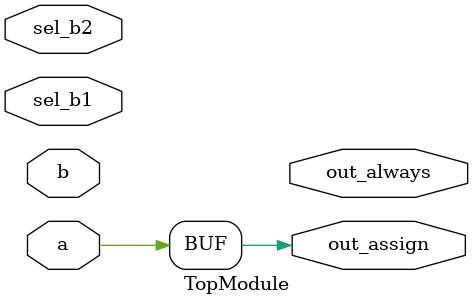
<source format=v>
module TopModule (
  input a,
  input b,
  input sel_b1,
  input sel_b2,
  output out_assign,
  output reg out_always
);

  // Module body - Leave empty or add minimal placeholder.
  assign out_assign = a; // Example: Assign 'a' to 'out_assign' as a placeholder.

endmodule
</source>
